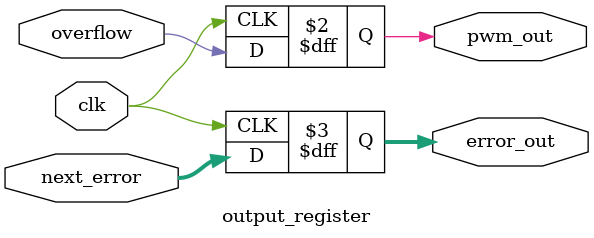
<source format=sv>

module dither_pwm #(parameter N=8)(
    input clk, 
    input [N-1:0] din,
    output pwm
);
    // 内部连接信号
    wire [N-1:0] error_value;
    wire [N-1:0] next_error;
    wire overflow_flag;

    // 误差累积与计算子模块
    error_accumulator #(
        .WIDTH(N)
    ) u_error_accumulator (
        .clk(clk),
        .din(din),
        .current_error(error_value),
        .next_error(next_error),
        .overflow(overflow_flag)
    );

    // PWM输出寄存器子模块
    output_register #(
        .WIDTH(N)
    ) u_output_register (
        .clk(clk),
        .overflow(overflow_flag),
        .next_error(next_error),
        .pwm_out(pwm),
        .error_out(error_value)
    );
endmodule

// 误差累积与计算子模块
module error_accumulator #(parameter WIDTH=8)(
    input clk,
    input [WIDTH-1:0] din,
    input [WIDTH-1:0] current_error,
    output [WIDTH-1:0] next_error,
    output overflow
);
    // 执行误差扩散算法计算
    wire [WIDTH:0] sum = din + current_error;
    
    // 提取溢出位和下一个误差值
    assign overflow = sum[WIDTH];
    assign next_error = sum[WIDTH-1:0];
endmodule

// PWM输出寄存器子模块
module output_register #(parameter WIDTH=8)(
    input clk,
    input overflow,
    input [WIDTH-1:0] next_error,
    output reg pwm_out,
    output reg [WIDTH-1:0] error_out
);
    // 更新PWM输出和误差寄存器
    always @(posedge clk) begin
        pwm_out <= overflow;
        error_out <= next_error;
    end
endmodule
</source>
